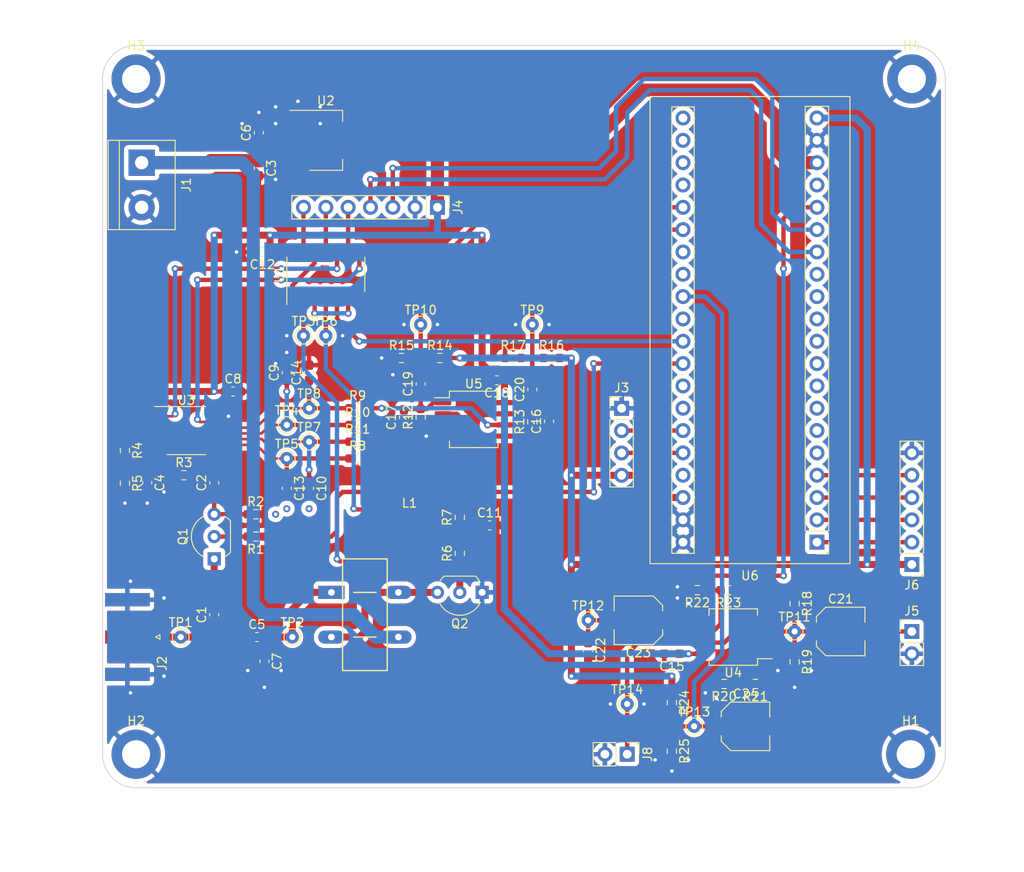
<source format=kicad_pcb>
(kicad_pcb (version 20211014) (generator pcbnew)

  (general
    (thickness 1.6)
  )

  (paper "A4")
  (layers
    (0 "F.Cu" signal)
    (31 "B.Cu" signal)
    (32 "B.Adhes" user "B.Adhesive")
    (33 "F.Adhes" user "F.Adhesive")
    (34 "B.Paste" user)
    (35 "F.Paste" user)
    (36 "B.SilkS" user "B.Silkscreen")
    (37 "F.SilkS" user "F.Silkscreen")
    (38 "B.Mask" user)
    (39 "F.Mask" user)
    (40 "Dwgs.User" user "User.Drawings")
    (41 "Cmts.User" user "User.Comments")
    (42 "Eco1.User" user "User.Eco1")
    (43 "Eco2.User" user "User.Eco2")
    (44 "Edge.Cuts" user)
    (45 "Margin" user)
    (46 "B.CrtYd" user "B.Courtyard")
    (47 "F.CrtYd" user "F.Courtyard")
    (48 "B.Fab" user)
    (49 "F.Fab" user)
    (50 "User.1" user)
    (51 "User.2" user)
    (52 "User.3" user)
    (53 "User.4" user)
    (54 "User.5" user)
    (55 "User.6" user)
    (56 "User.7" user)
    (57 "User.8" user)
    (58 "User.9" user)
  )

  (setup
    (stackup
      (layer "F.SilkS" (type "Top Silk Screen"))
      (layer "F.Paste" (type "Top Solder Paste"))
      (layer "F.Mask" (type "Top Solder Mask") (thickness 0.01))
      (layer "F.Cu" (type "copper") (thickness 0.035))
      (layer "dielectric 1" (type "core") (thickness 1.51) (material "FR4") (epsilon_r 4.5) (loss_tangent 0.02))
      (layer "B.Cu" (type "copper") (thickness 0.035))
      (layer "B.Mask" (type "Bottom Solder Mask") (thickness 0.01))
      (layer "B.Paste" (type "Bottom Solder Paste"))
      (layer "B.SilkS" (type "Bottom Silk Screen"))
      (copper_finish "None")
      (dielectric_constraints no)
    )
    (pad_to_mask_clearance 0)
    (pcbplotparams
      (layerselection 0x00010fc_ffffffff)
      (disableapertmacros false)
      (usegerberextensions false)
      (usegerberattributes true)
      (usegerberadvancedattributes true)
      (creategerberjobfile true)
      (svguseinch false)
      (svgprecision 6)
      (excludeedgelayer true)
      (plotframeref false)
      (viasonmask false)
      (mode 1)
      (useauxorigin false)
      (hpglpennumber 1)
      (hpglpenspeed 20)
      (hpglpendiameter 15.000000)
      (dxfpolygonmode true)
      (dxfimperialunits true)
      (dxfusepcbnewfont true)
      (psnegative false)
      (psa4output false)
      (plotreference true)
      (plotvalue true)
      (plotinvisibletext false)
      (sketchpadsonfab false)
      (subtractmaskfromsilk false)
      (outputformat 1)
      (mirror false)
      (drillshape 1)
      (scaleselection 1)
      (outputdirectory "")
    )
  )

  (net 0 "")
  (net 1 "Net-(C1-Pad2)")
  (net 2 "Net-(Q1-Pad2)")
  (net 3 "Net-(C2-Pad1)")
  (net 4 "GND")
  (net 5 "Net-(Q2-Pad2)")
  (net 6 "Net-(L1-Pad2)")
  (net 7 "RF")
  (net 8 "Net-(C5-Pad2)")
  (net 9 "Net-(C9-Pad1)")
  (net 10 "Net-(C13-Pad1)")
  (net 11 "Net-(R7-Pad2)")
  (net 12 "Net-(C10-Pad1)")
  (net 13 "Net-(C14-Pad1)")
  (net 14 "ADC_Q")
  (net 15 "ADC_I")
  (net 16 "Net-(C21-Pad1)")
  (net 17 "A_OUT")
  (net 18 "ADC_MIC")
  (net 19 "Net-(J8-Pad1)")
  (net 20 "CLK0")
  (net 21 "Net-(U1-Pad8)")
  (net 22 "CLK1")
  (net 23 "Net-(U1-Pad10)")
  (net 24 "BIAS_PWM")
  (net 25 "+5V")
  (net 26 "+12V")
  (net 27 "unconnected-(U3-Pad3)")
  (net 28 "unconnected-(U3-Pad4)")
  (net 29 "unconnected-(U3-Pad5)")
  (net 30 "unconnected-(U3-Pad6)")
  (net 31 "unconnected-(U3-Pad7)")
  (net 32 "Net-(C2-Pad2)")
  (net 33 "Net-(C24-Pad2)")
  (net 34 "Net-(R20-Pad1)")
  (net 35 "Net-(C23-Pad1)")
  (net 36 "Net-(R22-Pad1)")
  (net 37 "Net-(C17-Pad2)")
  (net 38 "Net-(R11-Pad2)")
  (net 39 "Net-(C17-Pad1)")
  (net 40 "SDA_PLL")
  (net 41 "SCL_PLL")
  (net 42 "RX_EN")
  (net 43 "unconnected-(U6-Pad7)")
  (net 44 "unconnected-(U6-Pad11)")
  (net 45 "unconnected-(U6-Pad12)")
  (net 46 "SDA_DISP")
  (net 47 "SCL_DISP")
  (net 48 "unconnected-(U6-Pad21)")
  (net 49 "unconnected-(U6-Pad22)")
  (net 50 "unconnected-(U6-Pad30)")
  (net 51 "+3.3V")
  (net 52 "unconnected-(U6-Pad37)")
  (net 53 "Net-(J6-Pad3)")
  (net 54 "Net-(C16-Pad1)")
  (net 55 "Net-(R9-Pad2)")
  (net 56 "Net-(C16-Pad2)")
  (net 57 "Net-(C4-Pad1)")
  (net 58 "Net-(C11-Pad1)")
  (net 59 "Net-(C21-Pad2)")
  (net 60 "CLK2")
  (net 61 "Net-(J6-Pad2)")
  (net 62 "Net-(J6-Pad4)")
  (net 63 "Net-(J6-Pad5)")
  (net 64 "unconnected-(U6-Pad5)")
  (net 65 "unconnected-(U6-Pad6)")
  (net 66 "unconnected-(U6-Pad34)")
  (net 67 "unconnected-(U6-Pad33)")
  (net 68 "unconnected-(U6-Pad8)")
  (net 69 "unconnected-(U6-Pad13)")
  (net 70 "unconnected-(U6-Pad9)")
  (net 71 "unconnected-(U6-Pad10)")
  (net 72 "unconnected-(U6-Pad28)")
  (net 73 "unconnected-(U6-Pad27)")
  (net 74 "unconnected-(U6-Pad24)")
  (net 75 "unconnected-(U6-Pad17)")
  (net 76 "unconnected-(U6-Pad23)")
  (net 77 "Net-(U1-Pad1)")
  (net 78 "Net-(U1-Pad3)")

  (footprint "MountingHole:MountingHole_3.2mm_M3_DIN965_Pad_TopBottom" (layer "F.Cu") (at 54.61 131.445))

  (footprint "Capacitor_SMD:C_0603_1608Metric_Pad1.08x0.95mm_HandSolder" (layer "F.Cu") (at 63.5 115.57 90))

  (footprint "TestPoint:TestPoint_THTPad_D1.5mm_Drill0.7mm" (layer "F.Cu") (at 118.11 128.27))

  (footprint "TestPoint:TestPoint_THTPad_D1.5mm_Drill0.7mm" (layer "F.Cu") (at 129.54 117.475))

  (footprint "Resistor_SMD:R_0603_1608Metric_Pad0.98x0.95mm_HandSolder" (layer "F.Cu") (at 79.815 92.075))

  (footprint "Capacitor_SMD:C_0603_1608Metric_Pad1.08x0.95mm_HandSolder" (layer "F.Cu") (at 69.215 120.8775 -90))

  (footprint "Resistor_SMD:R_0603_1608Metric_Pad0.98x0.95mm_HandSolder" (layer "F.Cu") (at 86.995 93.0675 90))

  (footprint "Resistor_SMD:R_0603_1608Metric_Pad0.98x0.95mm_HandSolder" (layer "F.Cu") (at 101.8775 86.36))

  (footprint "Resistor_SMD:R_0603_1608Metric_Pad0.98x0.95mm_HandSolder" (layer "F.Cu") (at 129.54 114.3 -90))

  (footprint "Connector_PinHeader_2.54mm:PinHeader_1x07_P2.54mm_Vertical" (layer "F.Cu") (at 88.9 69.215 -90))

  (footprint "Resistor_SMD:R_0603_1608Metric_Pad0.98x0.95mm_HandSolder" (layer "F.Cu") (at 68.2225 104.14))

  (footprint "Package_SO:SO-8_5.3x6.2mm_P1.27mm" (layer "F.Cu") (at 93.0275 93.345))

  (footprint "Connector_Coaxial:SMA_Amphenol_132289_EdgeMount" (layer "F.Cu") (at 53.6225 118.11 180))

  (footprint "TestPoint:TestPoint_THTPad_D1.5mm_Drill0.7mm" (layer "F.Cu") (at 74.295 95.885))

  (footprint "Capacitor_SMD:C_0603_1608Metric_Pad1.08x0.95mm_HandSolder" (layer "F.Cu") (at 115.57 120.015 180))

  (footprint "MountingHole:MountingHole_3.2mm_M3_DIN965_Pad_TopBottom" (layer "F.Cu") (at 54.61 54.61))

  (footprint "TestPoint:TestPoint_THTPad_D1.5mm_Drill0.7mm" (layer "F.Cu") (at 59.69 118.11))

  (footprint "Capacitor_SMD:C_0603_1608Metric_Pad1.08x0.95mm_HandSolder" (layer "F.Cu") (at 74.295 88.0375 90))

  (footprint "Package_TO_SOT_THT:TO-92_Inline_Wide" (layer "F.Cu") (at 93.98 113.03 180))

  (footprint "Resistor_SMD:R_0603_1608Metric_Pad0.98x0.95mm_HandSolder" (layer "F.Cu") (at 53.34 100.6075 -90))

  (footprint "Capacitor_SMD:C_0603_1608Metric_Pad1.08x0.95mm_HandSolder" (layer "F.Cu") (at 68.58 64.77 -90))

  (footprint "Package_TO_SOT_THT:TO-92_Inline_Wide" (layer "F.Cu") (at 63.5 109.22 90))

  (footprint "Resistor_SMD:R_0603_1608Metric_Pad0.98x0.95mm_HandSolder" (layer "F.Cu") (at 79.815 97.79))

  (footprint "TestPoint:TestPoint_THTPad_D1.5mm_Drill0.7mm" (layer "F.Cu") (at 74.295 92.075))

  (footprint "Connector_PinHeader_2.54mm:PinHeader_1x06_P2.54mm_Vertical" (layer "F.Cu") (at 142.875 109.855 180))

  (footprint "TestPoint:TestPoint_THTPad_D1.5mm_Drill0.7mm" (layer "F.Cu") (at 76.2 83.82))

  (footprint "TestPoint:TestPoint_THTPad_D1.5mm_Drill0.7mm" (layer "F.Cu") (at 110.49 125.73))

  (footprint "Resistor_SMD:R_0603_1608Metric_Pad0.98x0.95mm_HandSolder" (layer "F.Cu") (at 115.57 131.0875 -90))

  (footprint "Capacitor_SMD:C_0603_1608Metric_Pad1.08x0.95mm_HandSolder" (layer "F.Cu") (at 63.5 100.5575 90))

  (footprint "Capacitor_SMD:C_0603_1608Metric_Pad1.08x0.95mm_HandSolder" (layer "F.Cu") (at 99.695 89.9425 90))

  (footprint "Resistor_SMD:R_0603_1608Metric_Pad0.98x0.95mm_HandSolder" (layer "F.Cu") (at 84.8125 86.36))

  (footprint "Resistor_SMD:R_0603_1608Metric_Pad0.98x0.95mm_HandSolder" (layer "F.Cu") (at 121.5155 123.444 180))

  (footprint "TestPoint:TestPoint_THTPad_D1.5mm_Drill0.7mm" (layer "F.Cu") (at 72.39 118.11))

  (footprint "TestPoint:TestPoint_THTPad_D1.5mm_Drill0.7mm" (layer "F.Cu") (at 86.995 82.55))

  (footprint "Resistor_SMD:R_0603_1608Metric_Pad0.98x0.95mm_HandSolder" (layer "F.Cu") (at 79.815 93.98))

  (footprint "Capacitor_SMD:C_0603_1608Metric_Pad1.08x0.95mm_HandSolder" (layer "F.Cu") (at 106.045 119.6075 -90))

  (footprint "Resistor_SMD:R_0603_1608Metric_Pad0.98x0.95mm_HandSolder" (layer "F.Cu") (at 122.0235 112.776 180))

  (footprint "Capacitor_SMD:C_0603_1608Metric_Pad1.08x0.95mm_HandSolder" (layer "F.Cu") (at 94.8425 105.41))

  (footprint "Capacitor_SMD:C_0603_1608Metric_Pad1.08x0.95mm_HandSolder" (layer "F.Cu") (at 71.755 101.1925 -90))

  (footprint "TestPoint:TestPoint_THTPad_D1.5mm_Drill0.7mm" (layer "F.Cu") (at 99.695 82.55))

  (footprint "Package_SO:SO-8_5.3x6.2mm_P1.27mm" (layer "F.Cu") (at 122.555 118.11 180))

  (footprint "MountingHole:MountingHole_3.2mm_M3_DIN965_Pad_TopBottom" (layer "F.Cu") (at 142.748 131.445))

  (footprint "Package_SO:TSSOP-16_4.4x5mm_P0.65mm" (layer "F.Cu") (at 60.325 94.615))

  (footprint "Connector_PinHeader_2.54mm:PinHeader_1x02_P2.54mm_Vertical" (layer "F.Cu") (at 110.49 131.445 -90))

  (footprint "Resistor_SMD:R_0603_1608Metric_Pad0.98x0.95mm_HandSolder" (layer "F.Cu") (at 97.5125 86.36))

  (footprint "Capacitor_SMD:C_0603_1608Metric_Pad1.08x0.95mm_HandSolder" (layer "F.Cu") (at 68.58 60.7325 90))

  (footprint "Resistor_SMD:R_0603_1608Metric_Pad0.98x0.95mm_HandSolder" (layer "F.Cu") (at 125.0715 123.444 180))

  (footprint "Capacitor_SMD:C_Elec_5x5.8" (layer "F.Cu") (at 134.7775 117.475))

  (footprint "Resistor_SMD:R_0603_1608Metric_Pad0.98x0.95mm_HandSolder" (layer "F.Cu") (at 89.1775 86.36))

  (footprint "Package_TO_SOT_SMD:SOT-223-3_TabPin2" (layer "F.Cu") (at 76.2 61.595))

  (footprint "Resistor_SMD:R_0603_1608Metric_Pad0.98x0.95mm_HandSolder" (layer "F.Cu") (at 60.0475 99.695))

  (footprint "TestPoint:TestPoint_THTPad_D1.5mm_Drill0.7mm" (layer "F.Cu") (at 73.66 83.82))

  (footprint "Resistor_SMD:R_0603_1608Metric_Pad0.98x0.95mm_HandSolder" (layer "F.Cu") (at 118.4675 112.776 180))

  (footprint "Capacitor_SMD:C_0603_1608Metric_Pad1.08x0.95mm_HandSolder" (layer "F.Cu") (at 55.88 100.5575 -90))

  (footprint "Resistor_SMD:R_0603_1608Metric_Pad0.98x0.95mm_HandSolder" (layer "F.Cu") (at 91.44 104.4975 90))

  (footprint "Resistor_SMD:R_0603_1608Metric_Pad0.98x0.95mm_HandSolder" (layer "F.Cu") (at 115.57 125.5795 -90))

  (footprint "TerminalBlock:TerminalBlock_bornier-2_P5.08mm" (layer "F.Cu") (at 55.245 64.135 -90))

  (footprint "Resistor_SMD:R_0603_1608Metric_Pad0.98x0.95mm_HandSolder" (layer "F.Cu") (at 129.54 120.9275 -90))

  (footprint "Connector_PinHeader_2.54mm:PinHeader_1x04_P2.54mm_Vertical" (layer "F.Cu") (at 109.855 92.085))

  (footprint "Resistor_SMD:R_0603_1608Metric_Pad0.98x0.95mm_HandSolder" (layer "F.Cu") (at 99.695 93.6225 90))

  (footprint "misc:transformer_bifilar" (layer "F.Cu") (at 80.645 115.57))

  (footprint "Capacitor_SMD:C_Elec_5x5.8" (layer "F.Cu") (at 111.76 116.205 180))

  (footprint "Resistor_SMD:R_0603_1608Metric_Pad0.98x0.95mm_HandSolder" (layer "F.Cu") (at 53.34 96.8775 -90))

  (footprint "Capacitor_SMD:C_0603_1608Metric_Pad1.08x0.95mm_HandSolder" (layer "F.Cu") (at 85.09 93.1175 90))

  (footprint "Capacitor_SMD:C_0603_1608Metric_Pad1.08x0.95mm_HandSolder" (layer "F.Cu") (at 68.9875 74.295 180))

  (footprint "misc:YAAJ_BluePill_2" (layer "F.Cu")
    (tedit 5F81AE11) (tstamp ca3e6fa0-782b-4215-8bd1-03fbae335130)
    (at 132.08 107.315 180)
    (descr "Through hole headers for BluePill module. No SWD breakout. Fancy silkscreen.")
    (tags "module BlluePill Blue Pill header SWD breakout")

... [995418 chars truncated]
</source>
